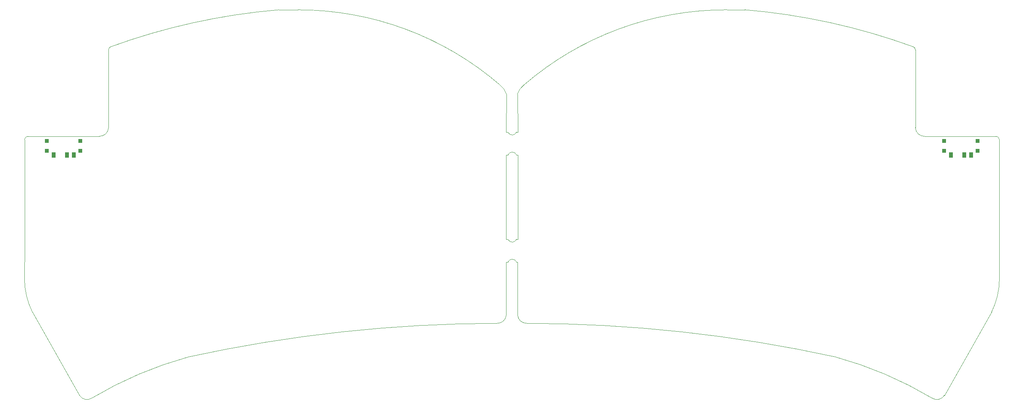
<source format=gbp>
%TF.GenerationSoftware,KiCad,Pcbnew,(6.0.4)*%
%TF.CreationDate,2022-04-16T22:52:17+02:00*%
%TF.ProjectId,sweepv2.1-julien,73776565-7076-4322-9e31-2d6a756c6965,rev?*%
%TF.SameCoordinates,Original*%
%TF.FileFunction,Paste,Bot*%
%TF.FilePolarity,Positive*%
%FSLAX46Y46*%
G04 Gerber Fmt 4.6, Leading zero omitted, Abs format (unit mm)*
G04 Created by KiCad (PCBNEW (6.0.4)) date 2022-04-16 22:52:17*
%MOMM*%
%LPD*%
G01*
G04 APERTURE LIST*
%TA.AperFunction,Profile*%
%ADD10C,0.050000*%
%TD*%
%ADD11R,0.900000X0.900000*%
%ADD12R,0.900000X1.250000*%
G04 APERTURE END LIST*
D10*
X131508500Y-77724000D02*
X131506000Y-89547024D01*
X219998001Y-47763999D02*
X219998045Y-30439419D01*
X223714000Y-108050000D02*
G75*
G03*
X226446000Y-107451265I1070000J1650000D01*
G01*
X219998002Y-47763999D02*
G75*
G03*
X222033002Y-49694917I1999998J69999D01*
G01*
X219563295Y-29758875D02*
G75*
G03*
X182067777Y-21502679I-49442795J-135273425D01*
G01*
X178120389Y-21508122D02*
G75*
G03*
X132892692Y-38264646I-253989J-68729978D01*
G01*
X238688000Y-50442000D02*
G75*
G03*
X237938000Y-49692000I-750000J0D01*
G01*
X132893000Y-38265000D02*
G75*
G03*
X131466055Y-40278702I2445000J-3245000D01*
G01*
X131506294Y-89547021D02*
G75*
G03*
X133544000Y-91383119I1978006J146421D01*
G01*
X219998002Y-30439419D02*
G75*
G03*
X219563290Y-29758889I-750002J19D01*
G01*
X223714000Y-108050000D02*
G75*
G03*
X202185134Y-98863946I-44316000J-74040000D01*
G01*
X222033002Y-49694917D02*
X237938000Y-49692000D01*
X202185136Y-98863939D02*
G75*
G03*
X133544000Y-91383119I-69219136J-316475461D01*
G01*
X238688000Y-58420000D02*
X238688000Y-66548000D01*
X236953304Y-88858150D02*
X226446000Y-107451265D01*
X236953327Y-88858162D02*
G75*
G03*
X238700000Y-81534000I-15027227J7454062D01*
G01*
X182067777Y-21502679D02*
X178120389Y-21508139D01*
X238688000Y-50442000D02*
X238688000Y-58420000D01*
X131466055Y-40278702D02*
X131572000Y-48768000D01*
X129349500Y-48768000D02*
X128960000Y-48768000D01*
X238688000Y-66548000D02*
X238688000Y-75438000D01*
X238688000Y-75438000D02*
X238700000Y-81534000D01*
X129349500Y-72644000D02*
X128960000Y-72644000D01*
X129349500Y-53848000D02*
X128960000Y-53848000D01*
X129349500Y-77724000D02*
X128960000Y-77724000D01*
X131572000Y-53848000D02*
X131572000Y-72644000D01*
X78412223Y-21502679D02*
X82613611Y-21508139D01*
X21792000Y-50442000D02*
X21792000Y-58420000D01*
X128960000Y-77724000D02*
X128975507Y-89545022D01*
X129013945Y-40278702D02*
G75*
G03*
X127587000Y-38265000I-3871945J-1231298D01*
G01*
X126936000Y-91383122D02*
G75*
G03*
X128975507Y-89545022I59500J1984522D01*
G01*
X40481999Y-47763999D02*
X40481955Y-30439419D01*
X21792000Y-66548000D02*
X21792000Y-73914000D01*
X23526696Y-88858150D02*
X34034000Y-107451265D01*
X38446998Y-49694918D02*
G75*
G03*
X40481999Y-47763999I35002J2000918D01*
G01*
X78412223Y-21502678D02*
G75*
G03*
X40916710Y-29758889I11947327J-143529582D01*
G01*
X126936000Y-91383119D02*
G75*
G03*
X58294866Y-98863946I578050J-323956411D01*
G01*
X21779999Y-81534000D02*
G75*
G03*
X23526696Y-88858150I16773851J129950D01*
G01*
X22542000Y-49692000D02*
G75*
G03*
X21792000Y-50442000I0J-750000D01*
G01*
X38446998Y-49694917D02*
X22542000Y-49692000D01*
X21792000Y-58420000D02*
X21792000Y-66548000D01*
X40916692Y-29758850D02*
G75*
G03*
X40481955Y-30439419I315308J-680550D01*
G01*
X34034000Y-107451265D02*
G75*
G03*
X36766000Y-108050000I1662000J1051265D01*
G01*
X127586989Y-38265013D02*
G75*
G03*
X82613611Y-21508139I-44973389J-51973087D01*
G01*
X58294866Y-98863946D02*
G75*
G03*
X36766000Y-108050000I22787134J-83226054D01*
G01*
X21792000Y-73914000D02*
X21780000Y-81534000D01*
X128960000Y-53848000D02*
X128960000Y-72644000D01*
X129013945Y-40278702D02*
X128960000Y-48768000D01*
X131572000Y-72644000D02*
X131254500Y-72644000D01*
X129349501Y-48767999D02*
G75*
G03*
X131254499Y-48768000I952499J380999D01*
G01*
X131254499Y-77724001D02*
G75*
G03*
X129349501Y-77724000I-952499J-380999D01*
G01*
X131254499Y-53848001D02*
G75*
G03*
X129349501Y-53848000I-952499J-380999D01*
G01*
X131572000Y-48768000D02*
X131254500Y-48768000D01*
X129349501Y-72643999D02*
G75*
G03*
X131254499Y-72644000I952499J380999D01*
G01*
X131508500Y-77724000D02*
X131254500Y-77724000D01*
X131572000Y-53848000D02*
X131254500Y-53848000D01*
D11*
%TO.C,SW_POWERR1*%
X226424000Y-50716000D03*
X226424000Y-52916000D03*
X233824000Y-52916000D03*
X233824000Y-50716000D03*
D12*
X227874000Y-53891000D03*
X230874000Y-53891000D03*
X232374000Y-53891000D03*
%TD*%
D11*
%TO.C,SW_POWER1*%
X26780000Y-52916000D03*
X34180000Y-50716000D03*
X34180000Y-52916000D03*
X26780000Y-50716000D03*
D12*
X28230000Y-53891000D03*
X31230000Y-53891000D03*
X32730000Y-53891000D03*
%TD*%
M02*

</source>
